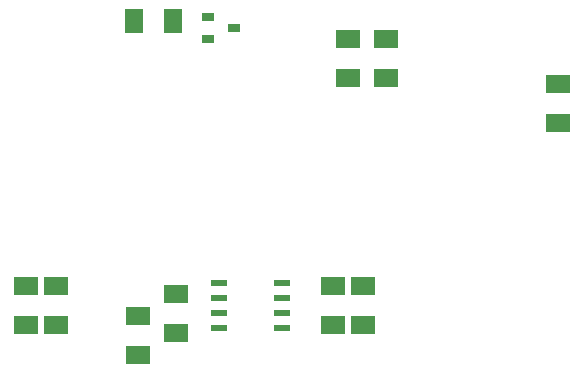
<source format=gbp>
G04 (created by PCBNEW (22-Jun-2014 BZR 4027)-stable) date Wed 30 Jul 2014 13:09:56 NZST*
%MOIN*%
G04 Gerber Fmt 3.4, Leading zero omitted, Abs format*
%FSLAX34Y34*%
G01*
G70*
G90*
G04 APERTURE LIST*
%ADD10C,0.00590551*%
%ADD11R,0.0551X0.0236*%
%ADD12R,0.08X0.06*%
%ADD13R,0.0394X0.0315*%
%ADD14R,0.06X0.08*%
G04 APERTURE END LIST*
G54D10*
G54D11*
X82550Y-63750D03*
X80450Y-63750D03*
X82550Y-63250D03*
X82550Y-62750D03*
X82550Y-62250D03*
X80450Y-63250D03*
X80450Y-62750D03*
X80450Y-62250D03*
G54D12*
X75000Y-63650D03*
X75000Y-62350D03*
X74000Y-63650D03*
X74000Y-62350D03*
X84250Y-63650D03*
X84250Y-62350D03*
X85250Y-63650D03*
X85250Y-62350D03*
G54D13*
X80933Y-53750D03*
X80067Y-53375D03*
X80067Y-54125D03*
G54D14*
X77600Y-53500D03*
X78900Y-53500D03*
G54D12*
X91750Y-55600D03*
X91750Y-56900D03*
X84750Y-54100D03*
X84750Y-55400D03*
X86000Y-54100D03*
X86000Y-55400D03*
X79000Y-63900D03*
X79000Y-62600D03*
X77750Y-64650D03*
X77750Y-63350D03*
M02*

</source>
